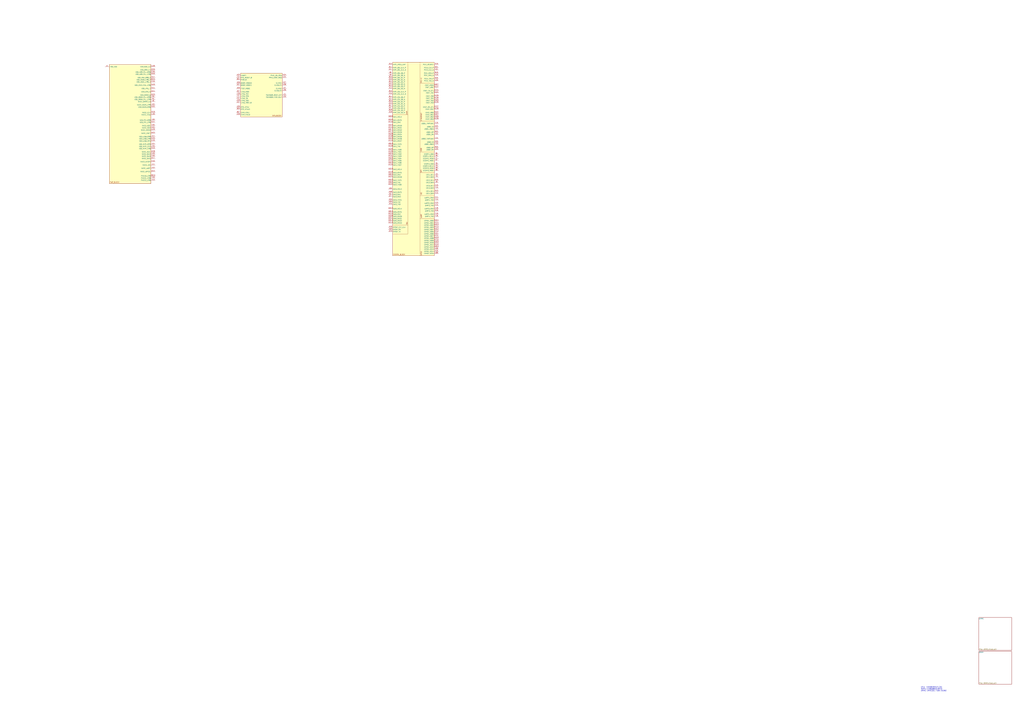
<source format=kicad_sch>
(kicad_sch (version 20250114) (generator "eeschema") (generator_version "9.0")
  (paper "A0")
  (lib_symbols
    (symbol "Marijn:MIMX8MM5DVTLZDA"
      (symbol "MIMX8MM5DVTLZDA_1_1"
        (rectangle (start 5.08 2.54) (end 53.34 -135.89) (stroke (width 0.254)) (fill (type background)))
        (text "PWR_BLOCK" (at 11.176 -134.366 0) (effects (font (size 1.27 1.27))))
        (pin passive line (at 0 0 0) (length 5.08) (name "VSS_103") (number "A1"))
        (pin passive line (at 0 0 0) (length 5.08) (hide yes) (name "VSS_2") (number "A27"))
        (pin passive line (at 0 0 0) (length 5.08) (hide yes) (name "VSS_79") (number "AA10"))
        (pin passive line (at 0 0 0) (length 5.08) (hide yes) (name "VSS_80") (number "AA13"))
        (pin passive line (at 0 0 0) (length 5.08) (hide yes) (name "VSS_81") (number "AA15"))
        (pin passive line (at 0 0 0) (length 5.08) (hide yes) (name "VSS_82") (number "AA18"))
        (pin passive line (at 0 0 0) (length 5.08) (hide yes) (name "VSS_83") (number "AA19"))
        (pin passive line (at 0 0 0) (length 5.08) (hide yes) (name "VSS_84") (number "AA21"))
        (pin passive line (at 0 0 0) (length 5.08) (hide yes) (name "VSS_77") (number "AA7"))
        (pin passive line (at 0 0 0) (length 5.08) (hide yes) (name "VSS_78") (number "AA9"))
        (pin passive line (at 0 0 0) (length 5.08) (hide yes) (name "VSS_86") (number "AB25"))
        (pin passive line (at 0 0 0) (length 5.08) (hide yes) (name "VSS_85") (number "AB3"))
        (pin passive line (at 0 0 0) (length 5.08) (hide yes) (name "VSS_88") (number "AC25"))
        (pin passive line (at 0 0 0) (length 5.08) (hide yes) (name "VSS_87") (number "AC3"))
        (pin passive line (at 0 0 0) (length 5.08) (hide yes) (name "VSS_93") (number "AE10"))
        (pin passive line (at 0 0 0) (length 5.08) (hide yes) (name "VSS_94") (number "AE13"))
        (pin passive line (at 0 0 0) (length 5.08) (hide yes) (name "VSS_95") (number "AE14"))
        (pin passive line (at 0 0 0) (length 5.08) (hide yes) (name "VSS_96") (number "AE15"))
        (pin passive line (at 0 0 0) (length 5.08) (hide yes) (name "VSS_97") (number "AE18"))
        (pin passive line (at 0 0 0) (length 5.08) (hide yes) (name "VSS_98") (number "AE19"))
        (pin passive line (at 0 0 0) (length 5.08) (hide yes) (name "VSS_89") (number "AE2"))
        (pin passive line (at 0 0 0) (length 5.08) (hide yes) (name "VSS_99") (number "AE22"))
        (pin passive line (at 0 0 0) (length 5.08) (hide yes) (name "VSS_100") (number "AE23"))
        (pin passive line (at 0 0 0) (length 5.08) (hide yes) (name "VSS_90") (number "AE5"))
        (pin passive line (at 0 0 0) (length 5.08) (hide yes) (name "VSS_91") (number "AE6"))
        (pin passive line (at 0 0 0) (length 5.08) (hide yes) (name "VSS_92") (number "AE9"))
        (pin passive line (at 0 0 0) (length 5.08) (hide yes) (name "VSS_101") (number "AF3"))
        (pin passive line (at 0 0 0) (length 5.08) (hide yes) (name "VSS_102") (number "AG1"))
        (pin passive line (at 0 0 0) (length 5.08) (hide yes) (name "VSS_103") (number "AG27"))
        (pin passive line (at 0 0 0) (length 5.08) (hide yes) (name "VSS_4") (number "B26"))
        (pin passive line (at 0 0 0) (length 5.08) (hide yes) (name "VSS_3") (number "B3"))
        (pin passive line (at 0 0 0) (length 5.08) (hide yes) (name "VSS_9") (number "C10"))
        (pin passive line (at 0 0 0) (length 5.08) (hide yes) (name "VSS_10") (number "C13"))
        (pin passive line (at 0 0 0) (length 5.08) (hide yes) (name "VSS_11") (number "C14"))
        (pin passive line (at 0 0 0) (length 5.08) (hide yes) (name "VSS_12") (number "C15"))
        (pin passive line (at 0 0 0) (length 5.08) (hide yes) (name "VSS_13") (number "C18"))
        (pin passive line (at 0 0 0) (length 5.08) (hide yes) (name "VSS_14") (number "C19"))
        (pin passive line (at 0 0 0) (length 5.08) (hide yes) (name "VSS_5") (number "C2"))
        (pin passive line (at 0 0 0) (length 5.08) (hide yes) (name "VSS_15") (number "C22"))
        (pin passive line (at 0 0 0) (length 5.08) (hide yes) (name "VSS_16") (number "C23"))
        (pin passive line (at 0 0 0) (length 5.08) (hide yes) (name "VSS_6") (number "C5"))
        (pin passive line (at 0 0 0) (length 5.08) (hide yes) (name "VSS_7") (number "C6"))
        (pin passive line (at 0 0 0) (length 5.08) (hide yes) (name "VSS_8") (number "C9"))
        (pin passive line (at 0 0 0) (length 5.08) (hide yes) (name "VSS_18") (number "E25"))
        (pin passive line (at 0 0 0) (length 5.08) (hide yes) (name "VSS_17") (number "E3"))
        (pin passive line (at 0 0 0) (length 5.08) (hide yes) (name "VSS_20") (number "F25"))
        (pin passive line (at 0 0 0) (length 5.08) (hide yes) (name "VSS_19") (number "F3"))
        (pin passive line (at 0 0 0) (length 5.08) (hide yes) (name "VSS_23") (number "G10"))
        (pin passive line (at 0 0 0) (length 5.08) (hide yes) (name "VSS_24") (number "G13"))
        (pin passive line (at 0 0 0) (length 5.08) (hide yes) (name "VSS_25") (number "G15"))
        (pin passive line (at 0 0 0) (length 5.08) (hide yes) (name "VSS_26") (number "G18"))
        (pin passive line (at 0 0 0) (length 5.08) (hide yes) (name "VSS_27") (number "G19"))
        (pin passive line (at 0 0 0) (length 5.08) (hide yes) (name "VSS_28") (number "G21"))
        (pin passive line (at 0 0 0) (length 5.08) (hide yes) (name "VSS_21") (number "G7"))
        (pin passive line (at 0 0 0) (length 5.08) (hide yes) (name "VSS_22") (number "G9"))
        (pin passive line (at 0 0 0) (length 5.08) (hide yes) (name "VSS_30") (number "H18"))
        (pin passive line (at 0 0 0) (length 5.08) (hide yes) (name "VSS_29") (number "H2"))
        (pin passive line (at 0 0 0) (length 5.08) (hide yes) (name "VSS_33") (number "J21"))
        (pin passive line (at 0 0 0) (length 5.08) (hide yes) (name "VSS_34") (number "J25"))
        (pin passive line (at 0 0 0) (length 5.08) (hide yes) (name "VSS_31") (number "J3"))
        (pin passive line (at 0 0 0) (length 5.08) (hide yes) (name "VSS_32") (number "J7"))
        (pin passive line (at 0 0 0) (length 5.08) (hide yes) (name "VSS_37") (number "K20"))
        (pin passive line (at 0 0 0) (length 5.08) (hide yes) (name "VSS_38") (number "K21"))
        (pin passive line (at 0 0 0) (length 5.08) (hide yes) (name "VSS_39") (number "K25"))
        (pin passive line (at 0 0 0) (length 5.08) (hide yes) (name "VSS_35") (number "K3"))
        (pin passive line (at 0 0 0) (length 5.08) (hide yes) (name "VSS_36") (number "K7"))
        (pin passive line (at 0 0 0) (length 5.08) (hide yes) (name "VSS_40") (number "L12"))
        (pin passive line (at 0 0 0) (length 5.08) (hide yes) (name "VSS_41") (number "L16"))
        (pin passive line (at 0 0 0) (length 5.08) (hide yes) (name "VSS_42") (number "M12"))
        (pin passive line (at 0 0 0) (length 5.08) (hide yes) (name "VSS_43") (number "M16"))
        (pin passive line (at 0 0 0) (length 5.08) (hide yes) (name "VSS_46") (number "N12"))
        (pin passive line (at 0 0 0) (length 5.08) (hide yes) (name "VSS_47") (number "N16"))
        (pin passive line (at 0 0 0) (length 5.08) (hide yes) (name "VSS_48") (number "N21"))
        (pin passive line (at 0 0 0) (length 5.08) (hide yes) (name "VSS_49") (number "N25"))
        (pin passive line (at 0 0 0) (length 5.08) (hide yes) (name "VSS_44") (number "N3"))
        (pin passive line (at 0 0 0) (length 5.08) (hide yes) (name "VSS_45") (number "N7"))
        (pin passive line (at 0 0 0) (length 5.08) (hide yes) (name "VSS_51") (number "P13"))
        (pin passive line (at 0 0 0) (length 5.08) (hide yes) (name "VSS_52") (number "P15"))
        (pin passive line (at 0 0 0) (length 5.08) (hide yes) (name "VSS_53") (number "P21"))
        (pin passive line (at 0 0 0) (length 5.08) (hide yes) (name "VSS_54") (number "P25"))
        (pin passive line (at 0 0 0) (length 5.08) (hide yes) (name "VSS_50") (number "P3"))
        (pin passive line (at 0 0 0) (length 5.08) (hide yes) (name "VSS_57") (number "R12"))
        (pin passive line (at 0 0 0) (length 5.08) (hide yes) (name "VSS_58") (number "R16"))
        (pin passive line (at 0 0 0) (length 5.08) (hide yes) (name "VSS_59") (number "R20"))
        (pin passive line (at 0 0 0) (length 5.08) (hide yes) (name "VSS_60") (number "R21"))
        (pin passive line (at 0 0 0) (length 5.08) (hide yes) (name "VSS_61") (number "R25"))
        (pin passive line (at 0 0 0) (length 5.08) (hide yes) (name "VSS_55") (number "R3"))
        (pin passive line (at 0 0 0) (length 5.08) (hide yes) (name "VSS_56") (number "R7"))
        (pin passive line (at 0 0 0) (length 5.08) (hide yes) (name "VSS_62") (number "T12"))
        (pin passive line (at 0 0 0) (length 5.08) (hide yes) (name "VSS_63") (number "T16"))
        (pin passive line (at 0 0 0) (length 5.08) (hide yes) (name "VSS_64") (number "U12"))
        (pin passive line (at 0 0 0) (length 5.08) (hide yes) (name "VSS_65") (number "U16"))
        (pin passive line (at 0 0 0) (length 5.08) (hide yes) (name "VSS_68") (number "V21"))
        (pin passive line (at 0 0 0) (length 5.08) (hide yes) (name "VSS_69") (number "V25"))
        (pin passive line (at 0 0 0) (length 5.08) (hide yes) (name "VSS_66") (number "V3"))
        (pin passive line (at 0 0 0) (length 5.08) (hide yes) (name "VSS_67") (number "V7"))
        (pin passive line (at 0 0 0) (length 5.08) (hide yes) (name "VSS_72") (number "W21"))
        (pin passive line (at 0 0 0) (length 5.08) (hide yes) (name "VSS_73") (number "W25"))
        (pin passive line (at 0 0 0) (length 5.08) (hide yes) (name "VSS_70") (number "W3"))
        (pin passive line (at 0 0 0) (length 5.08) (hide yes) (name "VSS_71") (number "W7"))
        (pin passive line (at 0 0 0) (length 5.08) (hide yes) (name "VSS_75") (number "Y13"))
        (pin passive line (at 0 0 0) (length 5.08) (hide yes) (name "VSS_76") (number "Y18"))
        (pin passive line (at 0 0 0) (length 5.08) (hide yes) (name "VSS_74") (number "Y2"))
        (pin passive line (at 58.42 0 180) (length 5.08) (hide yes) (name "VDD_SOC_1") (number "K15"))
        (pin passive line (at 58.42 0 180) (length 5.08) (hide yes) (name "VDD_SOC_2") (number "K16"))
        (pin passive line (at 58.42 0 180) (length 5.08) (hide yes) (name "VDD_SOC_3") (number "L15"))
        (pin passive line (at 58.42 0 180) (length 5.08) (hide yes) (name "VDD_SOC_4") (number "L18"))
        (pin passive line (at 58.42 0 180) (length 5.08) (hide yes) (name "VDD_SOC_5") (number "M15"))
        (pin passive line (at 58.42 0 180) (length 5.08) (hide yes) (name "VDD_SOC_6") (number "N13"))
        (pin passive line (at 58.42 0 180) (length 5.08) (hide yes) (name "VDD_SOC_7") (number "N15"))
        (pin passive line (at 58.42 0 180) (length 5.08) (hide yes) (name "VDD_SOC_8") (number "N18"))
        (pin passive line (at 58.42 0 180) (length 5.08) (hide yes) (name "VDD_SOC_9") (number "R17"))
        (pin passive line (at 58.42 0 180) (length 5.08) (hide yes) (name "VDD_SOC_10") (number "R18"))
        (pin passive line (at 58.42 0 180) (length 5.08) (hide yes) (name "VDD_SOC_11") (number "U17"))
        (pin passive line (at 58.42 0 180) (length 5.08) (name "VDD_SOC_12") (number "U18"))
        (pin passive line (at 58.42 -3.81 180) (length 5.08) (hide yes) (name "VDD_ARM_1") (number "R13"))
        (pin passive line (at 58.42 -3.81 180) (length 5.08) (hide yes) (name "VDD_ARM_2") (number "R15"))
        (pin passive line (at 58.42 -3.81 180) (length 5.08) (hide yes) (name "VDD_ARM_3") (number "T13"))
        (pin passive line (at 58.42 -3.81 180) (length 5.08) (hide yes) (name "VDD_ARM_4") (number "T14"))
        (pin passive line (at 58.42 -3.81 180) (length 5.08) (hide yes) (name "VDD_ARM_5") (number "T15"))
        (pin passive line (at 58.42 -3.81 180) (length 5.08) (hide yes) (name "VDD_ARM_6") (number "U13"))
        (pin passive line (at 58.42 -3.81 180) (length 5.08) (hide yes) (name "VDD_ARM_7") (number "U15"))
        (pin passive line (at 58.42 -3.81 180) (length 5.08) (hide yes) (name "VDD_ARM_8") (number "V13"))
        (pin passive line (at 58.42 -3.81 180) (length 5.08) (hide yes) (name "VDD_ARM_9") (number "V15"))
        (pin passive line (at 58.42 -3.81 180) (length 5.08) (hide yes) (name "VDD_ARM_10") (number "V16"))
        (pin passive line (at 58.42 -3.81 180) (length 5.08) (hide yes) (name "VDD_ARM_11") (number "W13"))
        (pin passive line (at 58.42 -3.81 180) (length 5.08) (hide yes) (name "VDD_ARM_12") (number "W14"))
        (pin passive line (at 58.42 -3.81 180) (length 5.08) (hide yes) (name "VDD_ARM_13") (number "W15"))
        (pin passive line (at 58.42 -3.81 180) (length 5.08) (name "VDD_ARM_14") (number "W16"))
        (pin passive line (at 58.42 -6.35 180) (length 5.08) (name "VDD_ARM_PLL_0P8") (number "P16"))
        (pin passive line (at 58.42 -8.89 180) (length 5.08) (name "VDD_ARM_PLL_1P8") (number "R19"))
        (pin passive line (at 58.42 -12.7 180) (length 5.08) (hide yes) (name "VDD_ANA_0P8_1") (number "L17"))
        (pin passive line (at 58.42 -12.7 180) (length 5.08) (name "VDD_ANA_0P8_2") (number "N17"))
        (pin passive line (at 58.42 -15.24 180) (length 5.08) (name "VDD_ANA0_1P8_2") (number "AA14"))
        (pin passive line (at 58.42 -15.24 180) (length 5.08) (hide yes) (name "VDD_ANA0_1P8_1") (number "Y15"))
        (pin passive line (at 58.42 -17.78 180) (length 5.08) (hide yes) (name "VDD_ANA1_1P8_1") (number "N20"))
        (pin passive line (at 58.42 -17.78 180) (length 5.08) (name "VDD_ANA1_1P8_2") (number "P19"))
        (pin passive line (at 58.42 -21.59 180) (length 5.08) (name "VDD_24M_XTAL_1P8") (number "N19"))
        (pin passive line (at 58.42 -25.4 180) (length 5.08) (hide yes) (name "VDD_VPU_1") (number "K12"))
        (pin passive line (at 58.42 -25.4 180) (length 5.08) (hide yes) (name "VDD_VPU_2") (number "K13"))
        (pin passive line (at 58.42 -25.4 180) (length 5.08) (hide yes) (name "VDD_VPU_3") (number "L11"))
        (pin passive line (at 58.42 -25.4 180) (length 5.08) (hide yes) (name "VDD_VPU_4") (number "L13"))
        (pin passive line (at 58.42 -25.4 180) (length 5.08) (hide yes) (name "VDD_VPU_5") (number "M13"))
        (pin passive line (at 58.42 -25.4 180) (length 5.08) (hide yes) (name "VDD_VPU_6") (number "M14"))
        (pin passive line (at 58.42 -25.4 180) (length 5.08) (name "VDD_VPU_7") (number "N11"))
        (pin passive line (at 58.42 -29.21 180) (length 5.08) (hide yes) (name "VDD_GPU_1") (number "P12"))
        (pin passive line (at 58.42 -29.21 180) (length 5.08) (hide yes) (name "VDD_GPU_2") (number "R11"))
        (pin passive line (at 58.42 -29.21 180) (length 5.08) (hide yes) (name "VDD_GPU_3") (number "U11"))
        (pin passive line (at 58.42 -29.21 180) (length 5.08) (hide yes) (name "VDD_GPU_4") (number "V12"))
        (pin passive line (at 58.42 -29.21 180) (length 5.08) (name "VDD_GPU_5") (number "W11"))
        (pin passive line (at 58.42 -33.02 180) (length 5.08) (hide yes) (name "VDD_DRAM_1") (number "J10"))
        (pin passive line (at 58.42 -33.02 180) (length 5.08) (hide yes) (name "VDD_DRAM_2") (number "L10"))
        (pin passive line (at 58.42 -33.02 180) (length 5.08) (hide yes) (name "VDD_DRAM_3") (number "N10"))
        (pin passive line (at 58.42 -33.02 180) (length 5.08) (hide yes) (name "VDD_DRAM_4") (number "R10"))
        (pin passive line (at 58.42 -33.02 180) (length 5.08) (hide yes) (name "VDD_DRAM_5") (number "U10"))
        (pin passive line (at 58.42 -33.02 180) (length 5.08) (name "VDD_DRAM_6") (number "W10"))
        (pin passive line (at 58.42 -35.56 180) (length 5.08) (name "VDD_DRAM_PLL_0P8") (number "P9"))
        (pin passive line (at 58.42 -38.1 180) (length 5.08) (name "VDD_DRAM_PLL_1P8") (number "P5"))
        (pin passive line (at 58.42 -40.64 180) (length 5.08) (hide yes) (name "NVCC_DRAM_1") (number "K8"))
        (pin passive line (at 58.42 -40.64 180) (length 5.08) (hide yes) (name "NVCC_DRAM_2") (number "K9"))
        (pin passive line (at 58.42 -40.64 180) (length 5.08) (hide yes) (name "NVCC_DRAM_3") (number "L9"))
        (pin passive line (at 58.42 -40.64 180) (length 5.08) (hide yes) (name "NVCC_DRAM_4") (number "M9"))
        (pin passive line (at 58.42 -40.64 180) (length 5.08) (hide yes) (name "NVCC_DRAM_5") (number "N8"))
        (pin passive line (at 58.42 -40.64 180) (length 5.08) (hide yes) (name "NVCC_DRAM_6") (number "N9"))
        (pin passive line (at 58.42 -40.64 180) (length 5.08) (hide yes) (name "NVCC_DRAM_7") (number "P7"))
        (pin passive line (at 58.42 -40.64 180) (length 5.08) (hide yes) (name "NVCC_DRAM_8") (number "R8"))
        (pin passive line (at 58.42 -40.64 180) (length 5.08) (hide yes) (name "NVCC_DRAM_9") (number "R9"))
        (pin passive line (at 58.42 -40.64 180) (length 5.08) (hide yes) (name "NVCC_DRAM_10") (number "T9"))
        (pin passive line (at 58.42 -40.64 180) (length 5.08) (hide yes) (name "NVCC_DRAM_11") (number "U9"))
        (pin passive line (at 58.42 -40.64 180) (length 5.08) (hide yes) (name "NVCC_DRAM_12") (number "V8"))
        (pin passive line (at 58.42 -40.64 180) (length 5.08) (name "NVCC_DRAM_13") (number "V9"))
        (pin passive line (at 58.42 -44.45 180) (length 5.08) (name "NVCC_SNVS_1P8") (number "J22"))
        (pin passive line (at 58.42 -46.99 180) (length 5.08) (name "VDD_SNVS_0P8") (number "K22"))
        (pin passive line (at 58.42 -53.34 180) (length 5.08) (name "NVCC_CLK") (number "M19"))
        (pin passive line (at 58.42 -55.88 180) (length 5.08) (name "NVCC_JTAG") (number "L19"))
        (pin passive line (at 58.42 -62.23 180) (length 5.08) (name "VDD_PCI_0P8") (number "J16"))
        (pin passive line (at 58.42 -64.77 180) (length 5.08) (name "VDD_PCI_1P8") (number "G14"))
        (pin passive line (at 58.42 -68.58 180) (length 5.08) (name "NVCC_SD1") (number "V20"))
        (pin passive line (at 58.42 -71.12 180) (length 5.08) (name "NVCC_SD2") (number "V22"))
        (pin passive line (at 58.42 -73.66 180) (length 5.08) (name "NVCC_NAND") (number "U19"))
        (pin passive line (at 58.42 -77.47 180) (length 5.08) (name "NVCC_ENET") (number "W22"))
        (pin passive line (at 58.42 -81.28 180) (length 5.08) (name "VDD_USB_0P8") (number "J17"))
        (pin passive line (at 58.42 -83.82 180) (length 5.08) (name "VDD_USB_1P8") (number "H15"))
        (pin passive line (at 58.42 -86.36 180) (length 5.08) (name "VDD_USB_3P3") (number "K19"))
        (pin passive line (at 58.42 -90.17 180) (length 5.08) (name "VDD_MIPI_0P9") (number "J14"))
        (pin passive line (at 58.42 -92.71 180) (length 5.08) (name "VDD_MIPI_1P2") (number "J15"))
        (pin passive line (at 58.42 -95.25 180) (length 5.08) (name "VDD_MIPI_1P8") (number "H13"))
        (pin passive line (at 58.42 -99.06 180) (length 5.08) (name "NVCC_SAI1") (number "W18"))
        (pin passive line (at 58.42 -101.6 180) (length 5.08) (name "NVCC_SAI2") (number "V19"))
        (pin passive line (at 58.42 -104.14 180) (length 5.08) (name "NVCC_SAI3") (number "Y10"))
        (pin passive line (at 58.42 -106.68 180) (length 5.08) (name "NVCC_SAI5") (number "W17"))
        (pin passive line (at 58.42 -110.49 180) (length 5.08) (name "NVCC_ECSPI") (number "H10"))
        (pin passive line (at 58.42 -114.3 180) (length 5.08) (name "NVCC_I2C") (number "J11"))
        (pin passive line (at 58.42 -118.11 180) (length 5.08) (name "NVCC_UART") (number "J12"))
        (pin passive line (at 58.42 -121.92 180) (length 5.08) (name "NVCC_GPIO1") (number "W12"))
        (pin passive line (at 58.42 -127 180) (length 5.08) (name "PVCC0_1P8") (number "AB13"))
        (pin passive line (at 58.42 -129.54 180) (length 5.08) (name "PVCC1_1P8") (number "T19"))
        (pin passive line (at 58.42 -132.08 180) (length 5.08) (name "PVCC2_1P8") (number "J13"))
      )
      (symbol "MIMX8MM5DVTLZDA_2_1"
        (rectangle (start 5.08 2.54) (end 53.34 -48.26) (stroke (width 0.254)) (fill (type background)))
        (text "SYS_BLOCK" (at 47.244 -46.736 0) (effects (font (size 1.27 1.27))))
        (pin input line (at 0 0 0) (length 5.08) (name "ONOFF") (number "A25"))
        (pin input line (at 0 -2.54 0) (length 5.08) (name "RTC_RESET_B") (number "F24"))
        (pin passive line (at 0 -5.08 0) (length 5.08) (name "POR_B") (number "B24"))
        (pin passive line (at 0 -8.89 0) (length 5.08) (name "BOOT_MODE0") (number "G26"))
        (pin passive line (at 0 -11.43 0) (length 5.08) (name "BOOT_MODE1") (number "G27"))
        (pin passive line (at 0 -15.24 0) (length 5.08) (name "TEST_MODE") (number "D26"))
        (pin passive line (at 0 -19.05 0) (length 5.08) (name "JTAG_MOD") (number "D27"))
        (pin passive line (at 0 -21.59 0) (length 5.08) (name "JTAG_TCK") (number "F26"))
        (pin passive line (at 0 -24.13 0) (length 5.08) (name "JTAG_TMS") (number "F27"))
        (pin passive line (at 0 -26.67 0) (length 5.08) (name "JTAG_TDI") (number "E27"))
        (pin passive line (at 0 -29.21 0) (length 5.08) (name "JTAG_TDO") (number "E26"))
        (pin passive line (at 0 -31.75 0) (length 5.08) (name "JTAG_TRST_B") (number "C27"))
        (pin passive line (at 0 -36.83 0) (length 5.08) (name "RTC_XTALI") (number "A26"))
        (pin passive line (at 0 -39.37 0) (length 5.08) (name "RTC_XTALO") (number "B25"))
        (pin passive line (at 0 -43.18 0) (length 5.08) (name "24M_XTALI") (number "B27"))
        (pin passive line (at 0 -45.72 0) (length 5.08) (name "24M_XTALO") (number "C26"))
        (pin no_connect line (at 29.21 -53.34 90) (length 5.08) (hide yes) (name "NC") (number "J18"))
        (pin output line (at 58.42 0 180) (length 5.08) (name "PMIC_ON_REQ") (number "A24"))
        (pin output line (at 58.42 -2.54 180) (length 5.08) (name "PMIC_STBY_REQ") (number "E24"))
        (pin passive line (at 58.42 -8.89 180) (length 5.08) (name "CLKIN1") (number "H27"))
        (pin passive line (at 58.42 -11.43 180) (length 5.08) (name "CLKOUT1") (number "H26"))
        (pin passive line (at 58.42 -15.24 180) (length 5.08) (name "CLKIN2") (number "J27"))
        (pin passive line (at 58.42 -17.78 180) (length 5.08) (name "CLKOUT2") (number "J26"))
        (pin passive line (at 58.42 -22.86 180) (length 5.08) (name "TSENSOR_REST_EXT") (number "J24"))
        (pin passive line (at 58.42 -25.4 180) (length 5.08) (name "TSENSOR_TEST_OUT") (number "J23"))
      )
      (symbol "MIMX8MM5DVTLZDA_3_1"
        (rectangle (start 5.08 2.54) (end 53.34 -125.73) (stroke (width 0.254)) (fill (type background)))
        (text "RAM_BLOCK" (at 47.244 -124.206 0) (effects (font (size 1.27 1.27))))
        (pin passive line (at 0 0 0) (length 5.08) (name "DRAM_VREF") (number "P1"))
        (pin passive line (at 0 -2.54 0) (length 5.08) (name "DRAM_ZN") (number "P2"))
        (pin passive line (at 0 -7.62 0) (length 5.08) (name "DRAM_RESET_N") (number "R1"))
        (pin passive line (at 0 -10.16 0) (length 5.08) (name "DRAM_ALERT_N") (number "R2"))
        (pin passive line (at 0 -15.24 0) (length 5.08) (name "DRAM_DM0") (number "A4"))
        (pin passive line (at 0 -17.78 0) (length 5.08) (name "DRAM_DM1") (number "F1"))
        (pin passive line (at 0 -20.32 0) (length 5.08) (name "DRAM_DM2") (number "AB1"))
        (pin passive line (at 0 -22.86 0) (length 5.08) (name "DRAM_DM3") (number "AG4"))
        (pin passive line (at 0 -27.94 0) (length 5.08) (name "DRAM_AC00") (number "F4"))
        (pin passive line (at 0 -30.48 0) (length 5.08) (name "DRAM_AC01") (number "F5"))
        (pin passive line (at 0 -33.02 0) (length 5.08) (name "DRAM_AC02") (number "K4"))
        (pin passive line (at 0 -35.56 0) (length 5.08) (name "DRAM_AC03") (number "J4"))
        (pin passive line (at 0 -38.1 0) (length 5.08) (name "DRAM_AC04") (number "L2"))
        (pin passive line (at 0 -40.64 0) (length 5.08) (name "DRAM_AC05") (number "L1"))
        (pin passive line (at 0 -43.18 0) (length 5.08) (name "DRAM_AC06") (number "F6"))
        (pin passive line (at 0 -45.72 0) (length 5.08) (name "DRAM_AC07") (number "J5"))
        (pin passive line (at 0 -48.26 0) (length 5.08) (name "DRAM_AC08") (number "J6"))
        (pin passive line (at 0 -50.8 0) (length 5.08) (name "DRAM_AC09") (number "K6"))
        (pin passive line (at 0 -53.34 0) (length 5.08) (name "DRAM_AC10") (number "E4"))
        (pin passive line (at 0 -55.88 0) (length 5.08) (name "DRAM_AC11") (number "D5"))
        (pin passive line (at 0 -58.42 0) (length 5.08) (name "DRAM_AC12") (number "N4"))
        (pin passive line (at 0 -60.96 0) (length 5.08) (name "DRAM_AC13") (number "N5"))
        (pin passive line (at 0 -63.5 0) (length 5.08) (name "DRAM_AC14") (number "K5"))
        (pin passive line (at 0 -66.04 0) (length 5.08) (name "DRAM_AC15") (number "N6"))
        (pin passive line (at 0 -68.58 0) (length 5.08) (name "DRAM_AC16") (number "M1"))
        (pin passive line (at 0 -71.12 0) (length 5.08) (name "DRAM_AC17") (number "M2"))
        (pin passive line (at 0 -74.93 0) (length 5.08) (name "DRAM_AC19") (number "N2"))
        (pin passive line (at 0 -77.47 0) (length 5.08) (name "DRAM_AC20") (number "AB4"))
        (pin passive line (at 0 -80.01 0) (length 5.08) (name "DRAM_AC21") (number "AB5"))
        (pin passive line (at 0 -82.55 0) (length 5.08) (name "DRAM_AC22") (number "W4"))
        (pin passive line (at 0 -85.09 0) (length 5.08) (name "DRAM_AC23") (number "V4"))
        (pin passive line (at 0 -87.63 0) (length 5.08) (name "DRAM_AC24") (number "U2"))
        (pin passive line (at 0 -90.17 0) (length 5.08) (name "DRAM_AC25") (number "U1"))
        (pin passive line (at 0 -92.71 0) (length 5.08) (name "DRAM_AC26") (number "N1"))
        (pin passive line (at 0 -95.25 0) (length 5.08) (name "DRAM_AC27") (number "R6"))
        (pin passive line (at 0 -97.79 0) (length 5.08) (name "DRAM_AC28") (number "W6"))
        (pin passive line (at 0 -100.33 0) (length 5.08) (name "DRAM_AC29") (number "V6"))
        (pin passive line (at 0 -102.87 0) (length 5.08) (name "DRAM_AC30") (number "AC4"))
        (pin passive line (at 0 -105.41 0) (length 5.08) (name "DRAM_AC31") (number "AD5"))
        (pin passive line (at 0 -107.95 0) (length 5.08) (name "DRAM_AC32") (number "R4"))
        (pin passive line (at 0 -110.49 0) (length 5.08) (name "DRAM_AC33") (number "R5"))
        (pin passive line (at 0 -113.03 0) (length 5.08) (name "DRAM_AC34") (number "T1"))
        (pin passive line (at 0 -115.57 0) (length 5.08) (name "DRAM_AC35") (number "T2"))
        (pin passive line (at 0 -118.11 0) (length 5.08) (name "DRAM_AC36") (number "V5"))
        (pin passive line (at 0 -120.65 0) (length 5.08) (name "DRAM_AC37") (number "W5"))
        (pin passive line (at 0 -123.19 0) (length 5.08) (name "DRAM_AC38") (number "AB6"))
        (pin passive line (at 58.42 0 180) (length 5.08) (name "DRAM_DQS0_P") (number "A2"))
        (pin passive line (at 58.42 -2.54 180) (length 5.08) (name "DRAM_DQS0_N") (number "B2"))
        (pin passive line (at 58.42 -5.08 180) (length 5.08) (name "DRAM_DQS1_P") (number "G1"))
        (pin passive line (at 58.42 -7.62 180) (length 5.08) (name "DRAM_DQS1_N") (number "H1"))
        (pin passive line (at 58.42 -10.16 180) (length 5.08) (name "DRAM_DQS2_P") (number "AA1"))
        (pin passive line (at 58.42 -12.7 180) (length 5.08) (name "DRAM_DQS2_N") (number "Y1"))
        (pin passive line (at 58.42 -15.24 180) (length 5.08) (name "DRAM_DQS3_P") (number "AG2"))
        (pin passive line (at 58.42 -17.78 180) (length 5.08) (name "DRAM_DQS3_N") (number "AF2"))
        (pin passive line (at 58.42 -25.4 180) (length 5.08) (name "DRAM_DQ00") (number "A5"))
        (pin passive line (at 58.42 -27.94 180) (length 5.08) (name "DRAM_DQ01") (number "B5"))
        (pin passive line (at 58.42 -30.48 180) (length 5.08) (name "DRAM_DQ02") (number "D2"))
        (pin passive line (at 58.42 -33.02 180) (length 5.08) (name "DRAM_DQ03") (number "D1"))
        (pin passive line (at 58.42 -35.56 180) (length 5.08) (name "DRAM_DQ04") (number "C1"))
        (pin passive line (at 58.42 -38.1 180) (length 5.08) (name "DRAM_DQ05") (number "B1"))
        (pin passive line (at 58.42 -40.64 180) (length 5.08) (name "DRAM_DQ06") (number "A3"))
        (pin passive line (at 58.42 -43.18 180) (length 5.08) (name "DRAM_DQ07") (number "B4"))
        (pin passive line (at 58.42 -45.72 180) (length 5.08) (name "DRAM_DQ08") (number "F2"))
        (pin passive line (at 58.42 -48.26 180) (length 5.08) (name "DRAM_DQ09") (number "G2"))
        (pin passive line (at 58.42 -50.8 180) (length 5.08) (name "DRAM_DQ10") (number "J1"))
        (pin passive line (at 58.42 -53.34 180) (length 5.08) (name "DRAM_DQ11") (number "J2"))
        (pin passive line (at 58.42 -55.88 180) (length 5.08) (name "DRAM_DQ12") (number "K2"))
        (pin passive line (at 58.42 -58.42 180) (length 5.08) (name "DRAM_DQ13") (number "K1"))
        (pin passive line (at 58.42 -60.96 180) (length 5.08) (name "DRAM_DQ14") (number "E1"))
        (pin passive line (at 58.42 -63.5 180) (length 5.08) (name "DRAM_DQ15") (number "E2"))
        (pin passive line (at 58.42 -66.04 180) (length 5.08) (name "DRAM_DQ16") (number "AB2"))
        (pin passive line (at 58.42 -68.58 180) (length 5.08) (name "DRAM_DQ17") (number "AA2"))
        (pin passive line (at 58.42 -71.12 180) (length 5.08) (name "DRAM_DQ18") (number "W1"))
        (pin passive line (at 58.42 -73.66 180) (length 5.08) (name "DRAM_DQ19") (number "W2"))
        (pin passive line (at 58.42 -76.2 180) (length 5.08) (name "DRAM_DQ20") (number "V2"))
        (pin passive line (at 58.42 -78.74 180) (length 5.08) (name "DRAM_DQ21") (number "V1"))
        (pin passive line (at 58.42 -81.28 180) (length 5.08) (name "DRAM_DQ22") (number "AC1"))
        (pin passive line (at 58.42 -83.82 180) (length 5.08) (name "DRAM_DQ23") (number "AC2"))
        (pin passive line (at 58.42 -86.36 180) (length 5.08) (name "DRAM_DQ24") (number "AG5"))
        (pin passive line (at 58.42 -88.9 180) (length 5.08) (name "DRAM_DQ25") (number "AF5"))
        (pin passive line (at 58.42 -91.44 180) (length 5.08) (name "DRAM_DQ26") (number "AD2"))
        (pin passive line (at 58.42 -93.98 180) (length 5.08) (name "DRAM_DQ27") (number "AD1"))
        (pin passive line (at 58.42 -96.52 180) (length 5.08) (name "DRAM_DQ28") (number "AE1"))
        (pin passive line (at 58.42 -99.06 180) (length 5.08) (name "DRAM_DQ29") (number "AF1"))
        (pin passive line (at 58.42 -101.6 180) (length 5.08) (name "DRAM_DQ30") (number "AG3"))
        (pin passive line (at 58.42 -104.14 180) (length 5.08) (name "DRAM_DQ31") (number "AF4"))
      )
      (symbol "MIMX8MM5DVTLZDA_4_1"
        (rectangle (start 5.08 2.54) (end 53.34 -62.23) (stroke (width 0.254)) (fill (type background)))
        (text "NVM_BLOCK" (at 47.244 -60.706 0) (effects (font (size 1.27 1.27))))
        (pin passive line (at 0 0 0) (length 5.08) (name "SD1_STROBE") (number "R24"))
        (pin passive line (at 0 -2.54 0) (length 5.08) (name "SD1_RESET_B") (number "R23"))
        (pin passive line (at 0 -6.35 0) (length 5.08) (name "SD1_CMD") (number "V27"))
        (pin passive line (at 0 -8.89 0) (length 5.08) (name "SD1_CLK") (number "V26"))
        (pin passive line (at 0 -12.7 0) (length 5.08) (name "SD1_DATA0") (number "Y27"))
        (pin passive line (at 0 -15.24 0) (length 5.08) (name "SD1_DATA1") (number "Y26"))
        (pin passive line (at 0 -17.78 0) (length 5.08) (name "SD1_DATA2") (number "T27"))
        (pin passive line (at 0 -20.32 0) (length 5.08) (name "SD1_DATA3") (number "T26"))
        (pin passive line (at 0 -22.86 0) (length 5.08) (name "SD1_DATA4") (number "U27"))
        (pin passive line (at 0 -25.4 0) (length 5.08) (name "SD1_DATA5") (number "U26"))
        (pin passive line (at 0 -27.94 0) (length 5.08) (name "SD1_DATA6") (number "W27"))
        (pin passive line (at 0 -30.48 0) (length 5.08) (name "SD1_DATA7") (number "W26"))
        (pin passive line (at 0 -36.83 0) (length 5.08) (name "SD2_WP") (number "AA27"))
        (pin passive line (at 0 -39.37 0) (length 5.08) (name "SD2_CD_B") (number "AA26"))
        (pin passive line (at 0 -41.91 0) (length 5.08) (name "SD2_RESET_B") (number "AB26"))
        (pin passive line (at 0 -45.72 0) (length 5.08) (name "SD2_CMD") (number "W24"))
        (pin passive line (at 0 -48.26 0) (length 5.08) (name "SD2_CLK") (number "W23"))
        (pin passive line (at 0 -52.07 0) (length 5.08) (name "SD2_DATA0") (number "AB23"))
        (pin passive line (at 0 -54.61 0) (length 5.08) (name "SD2_DATA1") (number "AB24"))
        (pin passive line (at 0 -57.15 0) (length 5.08) (name "SD2_DATA2") (number "V24"))
        (pin passive line (at 0 -59.69 0) (length 5.08) (name "SD2_DATA3") (number "V23"))
        (pin passive line (at 58.42 0 180) (length 5.08) (name "NAND_READY_B") (number "P26"))
        (pin passive line (at 58.42 -2.54 180) (length 5.08) (name "NAND_WP_B") (number "R27"))
        (pin passive line (at 58.42 -5.08 180) (length 5.08) (name "NAND_RE_B") (number "N27"))
        (pin passive line (at 58.42 -7.62 180) (length 5.08) (name "NAND_WE_B") (number "R26"))
        (pin passive line (at 58.42 -10.16 180) (length 5.08) (name "NAND_ALE") (number "N22"))
        (pin passive line (at 58.42 -12.7 180) (length 5.08) (name "NAND_CLE") (number "K27"))
        (pin passive line (at 58.42 -15.24 180) (length 5.08) (name "NAND_DQS") (number "R22"))
        (pin passive line (at 58.42 -20.32 180) (length 5.08) (name "NAND_CE0_B") (number "N24"))
        (pin passive line (at 58.42 -22.86 180) (length 5.08) (name "NAND_CE1_B") (number "P27"))
        (pin passive line (at 58.42 -25.4 180) (length 5.08) (name "NAND_CE2_B") (number "M27"))
        (pin passive line (at 58.42 -27.94 180) (length 5.08) (name "NAND_CE3_B") (number "L27"))
        (pin passive line (at 58.42 -33.02 180) (length 5.08) (name "NAND_DATA00") (number "P23"))
        (pin passive line (at 58.42 -35.56 180) (length 5.08) (name "NAND_DATA01") (number "K24"))
        (pin passive line (at 58.42 -38.1 180) (length 5.08) (name "NAND_DATA02") (number "K23"))
        (pin passive line (at 58.42 -40.64 180) (length 5.08) (name "NAND_DATA03") (number "N23"))
        (pin passive line (at 58.42 -43.18 180) (length 5.08) (name "NAND_DATA04") (number "M26"))
        (pin passive line (at 58.42 -45.72 180) (length 5.08) (name "NAND_DATA05") (number "L26"))
        (pin passive line (at 58.42 -48.26 180) (length 5.08) (name "NAND_DATA06") (number "K26"))
        (pin passive line (at 58.42 -50.8 180) (length 5.08) (name "NAND_DATA07") (number "N26"))
      )
      (symbol "MIMX8MM5DVTLZDA_5_1"
        (rectangle (start 5.08 2.54) (end 53.34 -222.25) (stroke (width 0.254)) (fill (type background)))
        (polyline (pts (xy 5.08 -58.42) (xy 22.86 -58.42) (xy 22.86 2.54)))
        (polyline (pts (xy 22.86 -58.42) (xy 22.86 -186.69) (xy 5.08 -186.69)))
        (polyline (pts (xy 22.86 -186.69) (xy 22.86 -196.85) (xy 5.08 -196.85)))
        (polyline (pts (xy 36.83 2.54) (xy 36.83 -21.59) (xy 53.34 -21.59)))
        (polyline (pts (xy 36.83 -21.59) (xy 36.83 -66.04) (xy 53.34 -66.04)))
        (polyline (pts (xy 36.83 -66.04) (xy 36.83 -101.6) (xy 53.34 -101.6)))
        (polyline (pts (xy 36.83 -101.6) (xy 36.83 -125.73) (xy 53.34 -125.73)))
        (polyline (pts (xy 36.83 -125.73) (xy 36.83 -152.4) (xy 53.34 -152.4)))
        (polyline (pts (xy 36.83 -152.4) (xy 36.83 -179.07) (xy 53.34 -179.07)))
        (polyline (pts (xy 36.83 -179.07) (xy 36.83 -222.25)))
        (text "PERIPH_BLOCK" (at 12.7 -220.726 0) (effects (font (size 1.27 1.27))))
        (text "MIPI" (at 21.59 -55.88 900) (effects (font (size 1.27 1.27))))
        (text "SAI" (at 21.59 -184.404 900) (effects (font (size 1.27 1.27))))
        (text "USB" (at 38.1 -99.06 900) (effects (font (size 1.27 1.27))))
        (text "SPI" (at 38.1 -123.698 900) (effects (font (size 1.27 1.27))))
        (text "PCI-E" (at 38.354 -18.288 900) (effects (font (size 1.27 1.27))))
        (text "ETHERNET" (at 38.354 -60.706 900) (effects (font (size 1.27 1.27))))
        (text "I2C" (at 38.354 -149.86 900) (effects (font (size 1.27 1.27))))
        (text "UART" (at 38.354 -176.022 900) (effects (font (size 1.27 1.27))))
        (text "GPIO" (at 38.354 -219.456 900) (effects (font (size 1.27 1.27))))
        (pin passive line (at 0 0 0) (length 5.08) (name "MIPI_VREG_CAP") (number "D15"))
        (pin passive line (at 0 -3.81 0) (length 5.08) (name "MIPI_DSI_CLK_P") (number "B11"))
        (pin passive line (at 0 -6.35 0) (length 5.08) (name "MIPI_DSI_CLK_N") (number "A11"))
        (pin passive line (at 0 -10.16 0) (length 5.08) (name "MIPI_DSI_D0_P") (number "B9"))
        (pin passive line (at 0 -12.7 0) (length 5.08) (name "MIPI_DSI_D0_N") (number "A9"))
        (pin passive line (at 0 -15.24 0) (length 5.08) (name "MIPI_DSI_D1_P") (number "B10"))
        (pin passive line (at 0 -17.78 0) (length 5.08) (name "MIPI_DSI_D1_N") (number "A10"))
        (pin passive line (at 0 -20.32 0) (length 5.08) (name "MIPI_DSI_D2_P") (number "B12"))
        (pin passive line (at 0 -22.86 0) (length 5.08) (name "MIPI_DSI_D2_N") (number "A12"))
        (pin passive line (at 0 -25.4 0) (length 5.08) (name "MIPI_DSI_D3_P") (number "B13"))
        (pin passive line (at 0 -27.94 0) (length 5.08) (name "MIPI_DSI_D3_N") (number "A13"))
        (pin passive line (at 0 -31.75 0) (length 5.08) (name "MIPI_CSI_CLK_P") (number "B16"))
        (pin passive line (at 0 -34.29 0) (length 5.08) (name "MIPI_CSI_CLK_N") (number "A16"))
        (pin passive line (at 0 -38.1 0) (length 5.08) (name "MIPI_CSI_D0_P") (number "B14"))
        (pin passive line (at 0 -40.64 0) (length 5.08) (name "MIPI_CSI_D0_N") (number "A14"))
        (pin passive line (at 0 -43.18 0) (length 5.08) (name "MIPI_CSI_D1_P") (number "B15"))
        (pin passive line (at 0 -45.72 0) (length 5.08) (name "MIPI_CSI_D1_N") (number "A15"))
        (pin passive line (at 0 -48.26 0) (length 5.08) (name "MIPI_CSI_D2_P") (number "B17"))
        (pin passive line (at 0 -50.8 0) (length 5.08) (name "MIPI_CSI_D2_N") (number "A17"))
        (pin passive line (at 0 -53.34 0) (length 5.08) (name "MIPI_CSI_D3_P") (number "B18"))
        (pin passive line (at 0 -55.88 0) (length 5.08) (name "MIPI_CSI_D3_N") (number "A18"))
        (pin passive line (at 0 -60.96 0) (length 5.08) (name "SAI1_MCLK") (number "AB18"))
        (pin passive line (at 0 -64.77 0) (length 5.08) (name "SAI1_RXFS") (number "AG16"))
        (pin passive line (at 0 -67.31 0) (length 5.08) (name "SAI1_RXC") (number "AF16"))
        (pin passive line (at 0 -71.12 0) (length 5.08) (name "SAI1_RXD0") (number "AG15"))
        (pin passive line (at 0 -73.66 0) (length 5.08) (name "SAI1_RXD1") (number "AF15"))
        (pin passive line (at 0 -76.2 0) (length 5.08) (name "SAI1_RXD2") (number "AG17"))
        (pin passive line (at 0 -78.74 0) (length 5.08) (name "SAI1_RXD3") (number "AF17"))
        (pin passive line (at 0 -81.28 0) (length 5.08) (name "SAI1_RXD4") (number "AG18"))
        (pin passive line (at 0 -83.82 0) (length 5.08) (name "SAI1_RXD5") (number "AF18"))
        (pin passive line (at 0 -86.36 0) (length 5.08) (name "SAI1_RXD6") (number "AG19"))
        (pin passive line (at 0 -88.9 0) (length 5.08) (name "SAI1_RXD7") (number "AF19"))
        (pin passive line (at 0 -92.71 0) (length 5.08) (name "SAI1_TXFS") (number "AB19"))
        (pin passive line (at 0 -95.25 0) (length 5.08) (name "SAI1_TXC") (number "AC18"))
        (pin passive line (at 0 -99.06 0) (length 5.08) (name "SAI1_TXD0") (number "AG20"))
        (pin passive line (at 0 -101.6 0) (length 5.08) (name "SAI1_TXD1") (number "AF20"))
        (pin passive line (at 0 -104.14 0) (length 5.08) (name "SAI1_TXD2") (number "AG21"))
        (pin passive line (at 0 -106.68 0) (length 5.08) (name "SAI1_TXD3") (number "AF21"))
        (pin passive line (at 0 -109.22 0) (length 5.08) (name "SAI1_TXD4") (number "AG22"))
        (pin passive line (at 0 -111.76 0) (length 5.08) (name "SAI1_TXD5") (number "AF22"))
        (pin passive line (at 0 -114.3 0) (length 5.08) (name "SAI1_TXD6") (number "AG23"))
        (pin passive line (at 0 -116.84 0) (length 5.08) (name "SAI1_TXD7") (number "AF23"))
        (pin passive line (at 0 -121.92 0) (length 5.08) (name "SAI2_MCLK") (number "AD19"))
        (pin passive line (at 0 -125.73 0) (length 5.08) (name "SAI2_RXFS") (number "AC19"))
        (pin passive line (at 0 -128.27 0) (length 5.08) (name "SAI2_RXC") (number "AB22"))
        (pin passive line (at 0 -130.81 0) (length 5.08) (name "SAI2_RXD0") (number "AC24"))
        (pin passive line (at 0 -134.62 0) (length 5.08) (name "SAI2_TXFS") (number "AD23"))
        (pin passive line (at 0 -137.16 0) (length 5.08) (name "SAI2_TXC") (number "AD22"))
        (pin passive line (at 0 -139.7 0) (length 5.08) (name "SAI2_TXD0") (number "AC22"))
        (pin passive line (at 0 -144.78 0) (length 5.08) (name "SAI3_MCLK") (number "AD6"))
        (pin passive line (at 0 -148.59 0) (length 5.08) (name "SAI3_RXFS") (number "AG8"))
        (pin passive line (at 0 -151.13 0) (length 5.08) (name "SAI3_RXC") (number "AG7"))
        (pin passive line (at 0 -153.67 0) (length 5.08) (name "SAI3_RXD") (number "AF7"))
        (pin passive line (at 0 -157.48 0) (length 5.08) (name "SAI3_TXFS") (number "AC6"))
        (pin passive line (at 0 -160.02 0) (length 5.08) (name "SAI3_TXC") (number "AG6"))
        (pin passive line (at 0 -162.56 0) (length 5.08) (name "SAI3_TXD") (number "AF6"))
        (pin passive line (at 0 -167.64 0) (length 5.08) (name "SAI5_MCLK") (number "AD15"))
        (pin passive line (at 0 -171.45 0) (length 5.08) (name "SAI5_RXFS") (number "AB15"))
        (pin passive line (at 0 -173.99 0) (length 5.08) (name "SAI5_RXC") (number "AC15"))
        (pin passive line (at 0 -176.53 0) (length 5.08) (name "SAI5_RXD0") (number "AD18"))
        (pin passive line (at 0 -179.07 0) (length 5.08) (name "SAI5_RXD1") (number "AC14"))
        (pin passive line (at 0 -181.61 0) (length 5.08) (name "SAI5_RXD2") (number "AD13"))
        (pin passive line (at 0 -184.15 0) (length 5.08) (name "SAI5_RXD3") (number "AC13"))
        (pin passive line (at 0 -189.23 0) (length 5.08) (name "SPDIF_EXT_CLK") (number "AF8"))
        (pin passive line (at 0 -191.77 0) (length 5.08) (name "SPDIF_RX") (number "AG9"))
        (pin passive line (at 0 -194.31 0) (length 5.08) (name "SPDIF_TX") (number "AF9"))
        (pin passive line (at 58.42 0 180) (length 5.08) (name "PCIE_RESREF") (number "D19"))
        (pin passive line (at 58.42 -3.81 180) (length 5.08) (name "PCIE_CLK_P") (number "B21"))
        (pin passive line (at 58.42 -6.35 180) (length 5.08) (name "PCIE_CLK_N") (number "A21"))
        (pin passive line (at 58.42 -10.16 180) (length 5.08) (name "PCIE_RXN_P") (number "B19"))
        (pin passive line (at 58.42 -12.7 180) (length 5.08) (name "PCIE_RXN_N") (number "A19"))
        (pin passive line (at 58.42 -16.51 180) (length 5.08) (name "PCIE_TXN_P") (number "B20"))
        (pin passive line (at 58.42 -19.05 180) (length 5.08) (name "PCIE_TXN_N") (number "A20"))
        (pin passive line (at 58.42 -24.13 180) (length 5.08) (name "ENET_MDIO") (number "AB27"))
        (pin passive line (at 58.42 -26.67 180) (length 5.08) (name "ENET_MDC") (number "AC27"))
        (pin passive line (at 58.42 -30.48 180) (length 5.08) (name "ENET_TX_CTL") (number "AF24"))
        (pin passive line (at 58.42 -33.02 180) (length 5.08) (name "ENET_TXC") (number "AG24"))
        (pin passive line (at 58.42 -36.83 180) (length 5.08) (name "ENET_TD0") (number "AG26"))
        (pin passive line (at 58.42 -39.37 180) (length 5.08) (name "ENET_TD1") (number "AF26"))
        (pin passive line (at 58.42 -41.91 180) (length 5.08) (name "ENET_TD2") (number "AG25"))
        (pin passive line (at 58.42 -44.45 180) (length 5.08) (name "ENET_TD3") (number "AF25"))
        (pin passive line (at 58.42 -49.53 180) (length 5.08) (name "ENET_RX_CTL") (number "AF27"))
        (pin passive line (at 58.42 -52.07 180) (length 5.08) (name "ENET_RXC") (number "AE26"))
        (pin passive line (at 58.42 -55.88 180) (length 5.08) (name "ENET_RD0") (number "AE27"))
        (pin passive line (at 58.42 -58.42 180) (length 5.08) (name "ENET_RD1") (number "AD27"))
        (pin passive line (at 58.42 -60.96 180) (length 5.08) (name "ENET_RD2") (number "AD26"))
        (pin passive line (at 58.42 -63.5 180) (length 5.08) (name "ENET_RD3") (number "AC26"))
        (pin passive line (at 58.42 -68.58 180) (length 5.08) (name "USB1_TXRTUNE") (number "E19"))
        (pin passive line (at 58.42 -72.39 180) (length 5.08) (name "USB1_ID") (number "D22"))
        (pin passive line (at 58.42 -74.93 180) (length 5.08) (name "USB1_VBUS") (number "F22"))
        (pin passive line (at 58.42 -78.74 180) (length 5.08) (name "USB1_DP") (number "B22"))
        (pin passive line (at 58.42 -81.28 180) (length 5.08) (name "USB1_DN") (number "A22"))
        (pin passive line (at 58.42 -86.36 180) (length 5.08) (name "USB2_TXRTUNE") (number "E22"))
        (pin passive line (at 58.42 -90.17 180) (length 5.08) (name "USB2_ID") (number "D23"))
        (pin passive line (at 58.42 -92.71 180) (length 5.08) (name "USB2_VBUS") (number "F23"))
        (pin passive line (at 58.42 -96.52 180) (length 5.08) (name "USB2_DP") (number "B23"))
        (pin passive line (at 58.42 -99.06 180) (length 5.08) (name "USB2_DN") (number "A23"))
        (pin passive line (at 58.42 -104.14 180) (length 5.08) (name "ECSPI1_SS0") (number "B6"))
        (pin passive line (at 58.42 -106.68 180) (length 5.08) (name "ECSPI1_SCLK") (number "D6"))
        (pin passive line (at 58.42 -109.22 180) (length 5.08) (name "ECSPI1_MISO") (number "A7"))
        (pin passive line (at 58.42 -111.76 180) (length 5.08) (name "ECSPI1_MOSI") (number "B7"))
        (pin passive line (at 58.42 -115.57 180) (length 5.08) (name "ECSPI2_SS0") (number "A6"))
        (pin passive line (at 58.42 -118.11 180) (length 5.08) (name "ECSPI2_SCLK") (number "E6"))
        (pin passive line (at 58.42 -120.65 180) (length 5.08) (name "ECSPI2_MISO") (number "A8"))
        (pin passive line (at 58.42 -123.19 180) (length 5.08) (name "ECSPI2_MOSI") (number "B8"))
        (pin passive line (at 58.42 -128.27 180) (length 5.08) (name "I2C1_SCL") (number "E9"))
        (pin passive line (at 58.42 -130.81 180) (length 5.08) (name "I2C1_SDA") (number "F9"))
        (pin passive line (at 58.42 -134.62 180) (length 5.08) (name "I2C2_SCL") (number "D10"))
        (pin passive line (at 58.42 -137.16 180) (length 5.08) (name "I2C2_SDA") (number "D9"))
        (pin passive line (at 58.42 -140.97 180) (length 5.08) (name "I2C3_SCL") (number "E10"))
        (pin passive line (at 58.42 -143.51 180) (length 5.08) (name "I2C3_SDA") (number "F10"))
        (pin passive line (at 58.42 -147.32 180) (length 5.08) (name "I2C4_SCL") (number "D13"))
        (pin passive line (at 58.42 -149.86 180) (length 5.08) (name "I2C4_SDA") (number "E13"))
        (pin passive line (at 58.42 -154.94 180) (length 5.08) (name "UART1_RXD") (number "E14"))
        (pin passive line (at 58.42 -157.48 180) (length 5.08) (name "UART1_TXD") (number "F13"))
        (pin passive line (at 58.42 -161.29 180) (length 5.08) (name "UART2_RXD") (number "F15"))
        (pin passive line (at 58.42 -163.83 180) (length 5.08) (name "UART2_TXD") (number "E15"))
        (pin passive line (at 58.42 -167.64 180) (length 5.08) (name "UART3_RXD") (number "E18"))
        (pin passive line (at 58.42 -170.18 180) (length 5.08) (name "UART3_TXD") (number "D18"))
        (pin passive line (at 58.42 -173.99 180) (length 5.08) (name "UART4_RXD") (number "F19"))
        (pin passive line (at 58.42 -176.53 180) (length 5.08) (name "UART4_TXD") (number "F18"))
        (pin passive line (at 58.42 -181.61 180) (length 5.08) (name "GPIO1_IO00") (number "AG14"))
        (pin passive line (at 58.42 -184.15 180) (length 5.08) (name "GPIO1_IO01") (number "AF14"))
        (pin passive line (at 58.42 -186.69 180) (length 5.08) (name "GPIO1_IO02") (number "AG13"))
        (pin passive line (at 58.42 -189.23 180) (length 5.08) (name "GPIO1_IO03") (number "AF13"))
        (pin passive line (at 58.42 -191.77 180) (length 5.08) (name "GPIO1_IO04") (number "AG12"))
        (pin passive line (at 58.42 -194.31 180) (length 5.08) (name "GPIO1_IO05") (number "AF12"))
        (pin passive line (at 58.42 -196.85 180) (length 5.08) (name "GPIO1_IO06") (number "AG11"))
        (pin passive line (at 58.42 -199.39 180) (length 5.08) (name "GPIO1_IO07") (number "AF11"))
        (pin passive line (at 58.42 -201.93 180) (length 5.08) (name "GPIO1_IO08") (number "AG10"))
        (pin passive line (at 58.42 -204.47 180) (length 5.08) (name "GPIO1_IO09") (number "AF10"))
        (pin passive line (at 58.42 -207.01 180) (length 5.08) (name "GPIO1_IO10") (number "AD10"))
        (pin passive line (at 58.42 -209.55 180) (length 5.08) (name "GPIO1_IO11") (number "AC10"))
        (pin passive line (at 58.42 -212.09 180) (length 5.08) (name "GPIO1_IO12") (number "AB10"))
        (pin passive line (at 58.42 -214.63 180) (length 5.08) (name "GPIO1_IO13") (number "AD9"))
        (pin passive line (at 58.42 -217.17 180) (length 5.08) (name "GPIO1_IO14") (number "AC9"))
        (pin passive line (at 58.42 -219.71 180) (length 5.08) (name "GPIO1_IO15") (number "AB9"))
      )
    )
  )
  (text "CPU:  MIMX8MM5DVTLZDA\nDDR4: K4A8G085WD‑BCWE	\neMMC: EMMC32G-TS0A-01002" (at 1069.34 800.608 0) (effects (font (size 1.27 1.27)) (justify left)))
  (symbol (lib_id "Marijn:MIMX8MM5DVTLZDA") (at 450.85 74.93 0) (unit 5)
    (property "Reference" "IC1" (effects (hide yes)))
    (property "Value" "MIMX8MM5DVTLZDA" (effects (hide yes)))
    (property "Footprint" "Marijn:BGA486" (effects (hide yes)))
    (property "Datasheet" "https://www.nxp.com/docs/en/data-sheet/IMX8MMCEC.pdf" (effects (hide yes)))
    (property "Description" "i.MX 8M Mini Quad, 1xPCI-e" (effects (hide yes)))
    (property "Height" "1.25" (effects (hide yes)))
    (property "mouser" "771-MIMX8MM6DVTLZAA" (effects (hide yes)))
  )
  (symbol (lib_id "Marijn:MIMX8MM5DVTLZDA") (at 121.92 77.47 0) (unit 1)
    (property "Reference" "IC1" (effects (hide yes)))
    (property "Value" "MIMX8MM5DVTLZDA" (effects (hide yes)))
    (property "Footprint" "Marijn:BGA486" (effects (hide yes)))
    (property "Datasheet" "https://www.nxp.com/docs/en/data-sheet/IMX8MMCEC.pdf" (effects (hide yes)))
    (property "Description" "i.MX 8M Mini Quad, 1xPCI-e" (effects (hide yes)))
    (property "Height" "1.25" (effects (hide yes)))
    (property "mouser" "771-MIMX8MM6DVTLZAA" (effects (hide yes)))
  )
  (symbol (lib_id "Marijn:MIMX8MM5DVTLZDA") (at 274.32 87.63 0) (unit 2)
    (property "Reference" "IC1" (effects (hide yes)))
    (property "Value" "MIMX8MM5DVTLZDA" (effects (hide yes)))
    (property "Footprint" "Marijn:BGA486" (effects (hide yes)))
    (property "Datasheet" "https://www.nxp.com/docs/en/data-sheet/IMX8MMCEC.pdf" (effects (hide yes)))
    (property "Description" "i.MX 8M Mini Quad, 1xPCI-e" (effects (hide yes)))
    (property "Height" "1.25" (effects (hide yes)))
    (property "mouser" "771-MIMX8MM6DVTLZAA" (effects (hide yes)))
  )
  (sheet (at 1136.65 756.92) (size 38.1 38.1) (stroke (width 0.1524))
    (property "Sheetname" "DRAM" (at 1136.65 758.698 0) (effects (justify left bottom)))
    (property "Sheetfile" "DRAM.kicad_sch" (at 1136.904 792.988 0) (effects (justify left top)))
  )
  (sheet (at 1136.65 717.5499) (size 38.1 38.1001) (stroke (width 0.1524))
    (property "Sheetname" "eMMC" (at 1136.904 719.582 0) (effects (justify left bottom)))
    (property "Sheetfile" "eMMC.kicad_sch" (at 1136.904 753.618 0) (effects (justify left top)))
  )
)
</source>
